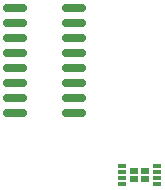
<source format=gbr>
%TF.GenerationSoftware,KiCad,Pcbnew,9.0.7*%
%TF.CreationDate,2026-01-23T18:30:01+09:00*%
%TF.ProjectId,ono-kairo,6f6e6f2d-6b61-4697-926f-2e6b69636164,rev?*%
%TF.SameCoordinates,Original*%
%TF.FileFunction,Paste,Top*%
%TF.FilePolarity,Positive*%
%FSLAX46Y46*%
G04 Gerber Fmt 4.6, Leading zero omitted, Abs format (unit mm)*
G04 Created by KiCad (PCBNEW 9.0.7) date 2026-01-23 18:30:01*
%MOMM*%
%LPD*%
G01*
G04 APERTURE LIST*
G04 Aperture macros list*
%AMRoundRect*
0 Rectangle with rounded corners*
0 $1 Rounding radius*
0 $2 $3 $4 $5 $6 $7 $8 $9 X,Y pos of 4 corners*
0 Add a 4 corners polygon primitive as box body*
4,1,4,$2,$3,$4,$5,$6,$7,$8,$9,$2,$3,0*
0 Add four circle primitives for the rounded corners*
1,1,$1+$1,$2,$3*
1,1,$1+$1,$4,$5*
1,1,$1+$1,$6,$7*
1,1,$1+$1,$8,$9*
0 Add four rect primitives between the rounded corners*
20,1,$1+$1,$2,$3,$4,$5,0*
20,1,$1+$1,$4,$5,$6,$7,0*
20,1,$1+$1,$6,$7,$8,$9,0*
20,1,$1+$1,$8,$9,$2,$3,0*%
G04 Aperture macros list end*
%ADD10RoundRect,0.150000X-0.825000X-0.150000X0.825000X-0.150000X0.825000X0.150000X-0.825000X0.150000X0*%
%ADD11R,0.710000X0.580000*%
%ADD12R,0.750000X0.300000*%
G04 APERTURE END LIST*
D10*
%TO.C,mcp3208*%
X165000000Y-40610000D03*
X160050000Y-40610000D03*
X160050000Y-41880000D03*
X160050000Y-43150000D03*
X160050000Y-44420000D03*
X160050000Y-45690000D03*
X160050000Y-46960000D03*
X160050000Y-48230000D03*
X160050000Y-49500000D03*
X165000000Y-49500000D03*
X165000000Y-48230000D03*
X165000000Y-46960000D03*
X165000000Y-45690000D03*
X165000000Y-44420000D03*
X165000000Y-43150000D03*
X165000000Y-41880000D03*
%TD*%
D11*
%TO.C,U3*%
X170112500Y-54387500D03*
X170112500Y-55112500D03*
X170987500Y-54387500D03*
X170987500Y-55112500D03*
D12*
X169100000Y-54000000D03*
X169100000Y-54500000D03*
X169100000Y-55000000D03*
X169100000Y-55500000D03*
X172000000Y-55500000D03*
X172000000Y-55000000D03*
X172000000Y-54500000D03*
X172000000Y-54000000D03*
%TD*%
M02*

</source>
